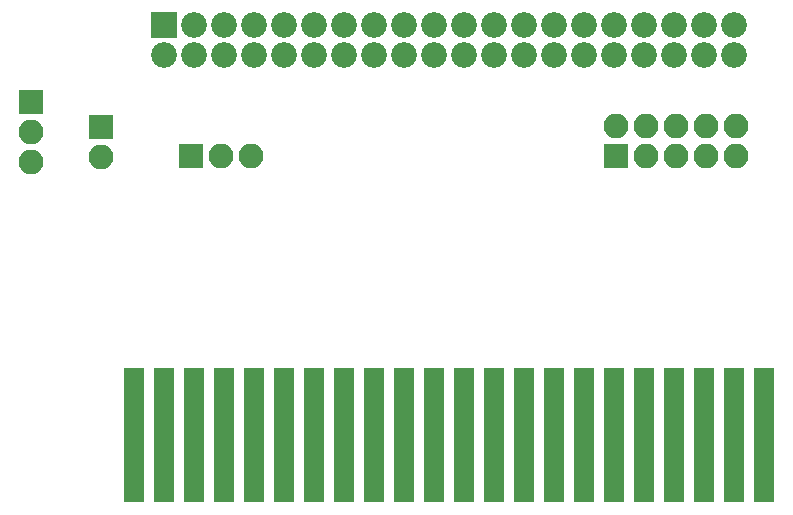
<source format=gbs>
G04 #@! TF.FileFunction,Soldermask,Bot*
%FSLAX46Y46*%
G04 Gerber Fmt 4.6, Leading zero omitted, Abs format (unit mm)*
G04 Created by KiCad (PCBNEW 4.0.6) date Friday, April 21, 2017 'PMt' 03:46:42 PM*
%MOMM*%
%LPD*%
G01*
G04 APERTURE LIST*
%ADD10C,0.100000*%
%ADD11R,2.100000X2.100000*%
%ADD12O,2.100000X2.100000*%
%ADD13R,2.178000X2.178000*%
%ADD14C,2.178000*%
%ADD15R,1.670000X11.400000*%
G04 APERTURE END LIST*
D10*
D11*
X89110000Y-76330000D03*
D12*
X89110000Y-73790000D03*
X91650000Y-76330000D03*
X91650000Y-73790000D03*
X94190000Y-76330000D03*
X94190000Y-73790000D03*
X96730000Y-76330000D03*
X96730000Y-73790000D03*
X99270000Y-76330000D03*
X99270000Y-73790000D03*
D11*
X53090000Y-76330000D03*
D12*
X55630000Y-76330000D03*
X58170000Y-76330000D03*
D13*
X50870000Y-65230000D03*
D14*
X50870000Y-67770000D03*
X53410000Y-65230000D03*
X53410000Y-67770000D03*
X55950000Y-65230000D03*
X55950000Y-67770000D03*
X58490000Y-65230000D03*
X58490000Y-67770000D03*
X61030000Y-65230000D03*
X61030000Y-67770000D03*
X63570000Y-65230000D03*
X63570000Y-67770000D03*
X66110000Y-65230000D03*
X66110000Y-67770000D03*
X68650000Y-65230000D03*
X68650000Y-67770000D03*
X71190000Y-65230000D03*
X71190000Y-67770000D03*
X73730000Y-65230000D03*
X73730000Y-67770000D03*
X76270000Y-65230000D03*
X76270000Y-67770000D03*
X78810000Y-65230000D03*
X78810000Y-67770000D03*
X81350000Y-65230000D03*
X81350000Y-67770000D03*
X83890000Y-65230000D03*
X83890000Y-67770000D03*
X86430000Y-65230000D03*
X86430000Y-67770000D03*
X88970000Y-65230000D03*
X88970000Y-67770000D03*
X91510000Y-65230000D03*
X91510000Y-67770000D03*
X94050000Y-65230000D03*
X94050000Y-67770000D03*
X96590000Y-65230000D03*
X96590000Y-67770000D03*
X99130000Y-65230000D03*
X99130000Y-67770000D03*
D15*
X48330000Y-100000000D03*
X50870000Y-100000000D03*
X53410000Y-100000000D03*
X55950000Y-100000000D03*
X58490000Y-100000000D03*
X61030000Y-100000000D03*
X63570000Y-100000000D03*
X66110000Y-100000000D03*
X68650000Y-100000000D03*
X71190000Y-100000000D03*
X73730000Y-100000000D03*
X76270000Y-100000000D03*
X78810000Y-100000000D03*
X81350000Y-100000000D03*
X83890000Y-100000000D03*
X86430000Y-100000000D03*
X88970000Y-100000000D03*
X91510000Y-100000000D03*
X94050000Y-100000000D03*
X96590000Y-100000000D03*
X99130000Y-100000000D03*
X101670000Y-100000000D03*
D11*
X45550000Y-73920000D03*
D12*
X45550000Y-76460000D03*
D11*
X39610000Y-71800000D03*
D12*
X39610000Y-74340000D03*
X39610000Y-76880000D03*
M02*

</source>
